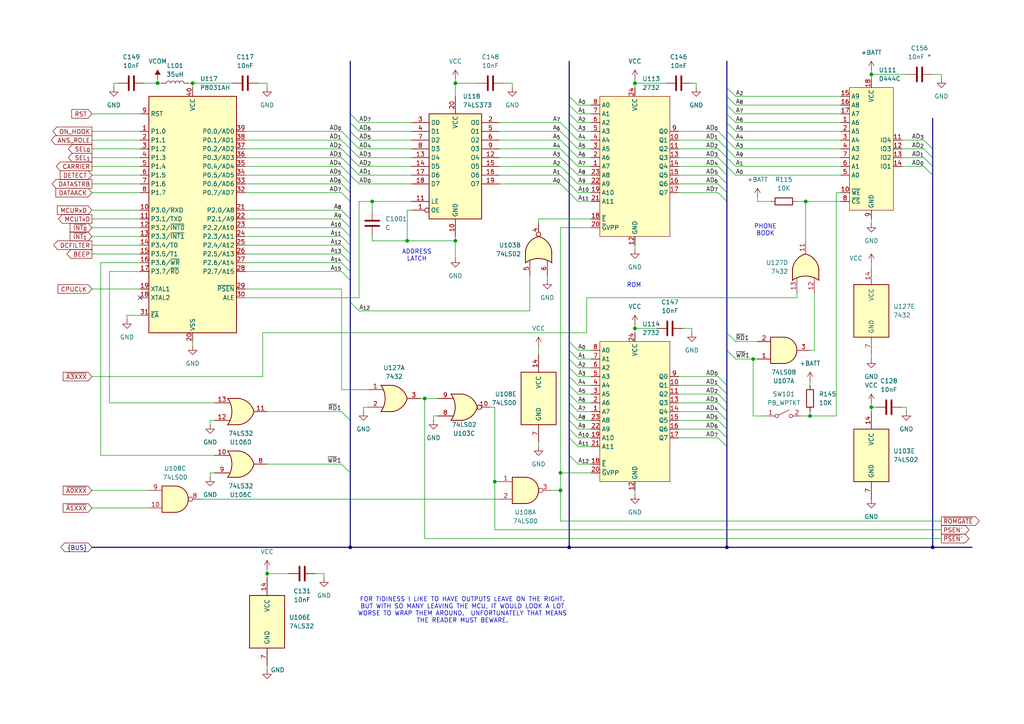
<source format=kicad_sch>
(kicad_sch (version 20250114) (generator "eeschema") (generator_version "9.0")
  (paper "A4")
  (lib_symbols
    (symbol "74xx:74LS00" (pin_names (offset 1.016))
      (property "Reference" "U" (at 0 1.27 0))
      (property "Value" "74LS00" (at 0 -1.27 0))
      (symbol "74LS00_1_1"
        (pin input line (at -7.62 2.54 0) (length 3.81) (name "~") (number "1"))
        (pin input line (at -7.62 -2.54 0) (length 3.81) (name "~") (number "2"))
        (pin output inverted (at 7.62 0 180) (length 3.81) (name "~") (number "3"))
      )
      (symbol "74LS00_1_2"
        (pin input inverted (at -7.62 2.54 0) (length 4.318) (name "~") (number "1"))
        (pin input inverted (at -7.62 -2.54 0) (length 4.318) (name "~") (number "2"))
        (pin output line (at 7.62 0 180) (length 3.81) (name "~") (number "3"))
      )
      (symbol "74LS00_2_1"
        (pin input line (at -7.62 2.54 0) (length 3.81) (name "~") (number "4"))
        (pin input line (at -7.62 -2.54 0) (length 3.81) (name "~") (number "5"))
        (pin output inverted (at 7.62 0 180) (length 3.81) (name "~") (number "6"))
      )
      (symbol "74LS00_2_2"
        (pin input inverted (at -7.62 2.54 0) (length 4.318) (name "~") (number "4"))
        (pin input inverted (at -7.62 -2.54 0) (length 4.318) (name "~") (number "5"))
        (pin output line (at 7.62 0 180) (length 3.81) (name "~") (number "6"))
      )
      (symbol "74LS00_3_1"
        (pin input line (at -7.62 2.54 0) (length 3.81) (name "~") (number "9"))
        (pin input line (at -7.62 -2.54 0) (length 3.81) (name "~") (number "10"))
        (pin output inverted (at 7.62 0 180) (length 3.81) (name "~") (number "8"))
      )
      (symbol "74LS00_3_2"
        (pin input inverted (at -7.62 2.54 0) (length 4.318) (name "~") (number "9"))
        (pin input inverted (at -7.62 -2.54 0) (length 4.318) (name "~") (number "10"))
        (pin output line (at 7.62 0 180) (length 3.81) (name "~") (number "8"))
      )
      (symbol "74LS00_4_1"
        (pin input line (at -7.62 2.54 0) (length 3.81) (name "~") (number "12"))
        (pin input line (at -7.62 -2.54 0) (length 3.81) (name "~") (number "13"))
        (pin output inverted (at 7.62 0 180) (length 3.81) (name "~") (number "11"))
      )
      (symbol "74LS00_4_2"
        (pin input inverted (at -7.62 2.54 0) (length 4.318) (name "~") (number "12"))
        (pin input inverted (at -7.62 -2.54 0) (length 4.318) (name "~") (number "13"))
        (pin output line (at 7.62 0 180) (length 3.81) (name "~") (number "11"))
      )
      (symbol "74LS00_5_0"
        (pin power_in line (at 0 12.7 270) (length 5.08) (name "VCC") (number "14"))
        (pin power_in line (at 0 -12.7 90) (length 5.08) (name "GND") (number "7"))
      )
    )
    (symbol "74xx:74LS02" (pin_names (offset 1.016))
      (property "Reference" "U" (at 0 1.27 0))
      (property "Value" "74LS02" (at 0 -1.27 0))
      (symbol "74LS02_1_1"
        (pin input line (at -7.62 2.54 0) (length 4.318) (name "~") (number "2"))
        (pin input line (at -7.62 -2.54 0) (length 4.318) (name "~") (number "3"))
        (pin output inverted (at 7.62 0 180) (length 3.81) (name "~") (number "1"))
      )
      (symbol "74LS02_1_2"
        (pin input inverted (at -7.62 2.54 0) (length 3.81) (name "~") (number "2"))
        (pin input inverted (at -7.62 -2.54 0) (length 3.81) (name "~") (number "3"))
        (pin output line (at 7.62 0 180) (length 3.81) (name "~") (number "1"))
      )
      (symbol "74LS02_2_1"
        (pin input line (at -7.62 2.54 0) (length 4.318) (name "~") (number "5"))
        (pin input line (at -7.62 -2.54 0) (length 4.318) (name "~") (number "6"))
        (pin output inverted (at 7.62 0 180) (length 3.81) (name "~") (number "4"))
      )
      (symbol "74LS02_2_2"
        (pin input inverted (at -7.62 2.54 0) (length 3.81) (name "~") (number "5"))
        (pin input inverted (at -7.62 -2.54 0) (length 3.81) (name "~") (number "6"))
        (pin output line (at 7.62 0 180) (length 3.81) (name "~") (number "4"))
      )
      (symbol "74LS02_3_1"
        (pin input line (at -7.62 2.54 0) (length 4.318) (name "~") (number "8"))
        (pin input line (at -7.62 -2.54 0) (length 4.318) (name "~") (number "9"))
        (pin output inverted (at 7.62 0 180) (length 3.81) (name "~") (number "10"))
      )
      (symbol "74LS02_3_2"
        (pin input inverted (at -7.62 2.54 0) (length 3.81) (name "~") (number "8"))
        (pin input inverted (at -7.62 -2.54 0) (length 3.81) (name "~") (number "9"))
        (pin output line (at 7.62 0 180) (length 3.81) (name "~") (number "10"))
      )
      (symbol "74LS02_4_1"
        (pin input line (at -7.62 2.54 0) (length 4.318) (name "~") (number "11"))
        (pin input line (at -7.62 -2.54 0) (length 4.318) (name "~") (number "12"))
        (pin output inverted (at 7.62 0 180) (length 3.81) (name "~") (number "13"))
      )
      (symbol "74LS02_4_2"
        (pin input inverted (at -7.62 2.54 0) (length 3.81) (name "~") (number "11"))
        (pin input inverted (at -7.62 -2.54 0) (length 3.81) (name "~") (number "12"))
        (pin output line (at 7.62 0 180) (length 3.81) (name "~") (number "13"))
      )
      (symbol "74LS02_5_0"
        (pin power_in line (at 0 12.7 270) (length 5.08) (name "VCC") (number "14"))
        (pin power_in line (at 0 -12.7 90) (length 5.08) (name "GND") (number "7"))
      )
    )
    (symbol "74xx:74LS08" (pin_names (offset 1.016))
      (property "Reference" "U" (at 0 1.27 0))
      (property "Value" "74LS08" (at 0 -1.27 0))
      (symbol "74LS08_1_1"
        (pin input line (at -7.62 2.54 0) (length 3.81) (name "~") (number "1"))
        (pin input line (at -7.62 -2.54 0) (length 3.81) (name "~") (number "2"))
        (pin output line (at 7.62 0 180) (length 3.81) (name "~") (number "3"))
      )
      (symbol "74LS08_1_2"
        (pin input inverted (at -7.62 2.54 0) (length 4.318) (name "~") (number "1"))
        (pin input inverted (at -7.62 -2.54 0) (length 4.318) (name "~") (number "2"))
        (pin output inverted (at 7.62 0 180) (length 3.81) (name "~") (number "3"))
      )
      (symbol "74LS08_2_1"
        (pin input line (at -7.62 2.54 0) (length 3.81) (name "~") (number "4"))
        (pin input line (at -7.62 -2.54 0) (length 3.81) (name "~") (number "5"))
        (pin output line (at 7.62 0 180) (length 3.81) (name "~") (number "6"))
      )
      (symbol "74LS08_2_2"
        (pin input inverted (at -7.62 2.54 0) (length 4.318) (name "~") (number "4"))
        (pin input inverted (at -7.62 -2.54 0) (length 4.318) (name "~") (number "5"))
        (pin output inverted (at 7.62 0 180) (length 3.81) (name "~") (number "6"))
      )
      (symbol "74LS08_3_1"
        (pin input line (at -7.62 2.54 0) (length 3.81) (name "~") (number "9"))
        (pin input line (at -7.62 -2.54 0) (length 3.81) (name "~") (number "10"))
        (pin output line (at 7.62 0 180) (length 3.81) (name "~") (number "8"))
      )
      (symbol "74LS08_3_2"
        (pin input inverted (at -7.62 2.54 0) (length 4.318) (name "~") (number "9"))
        (pin input inverted (at -7.62 -2.54 0) (length 4.318) (name "~") (number "10"))
        (pin output inverted (at 7.62 0 180) (length 3.81) (name "~") (number "8"))
      )
      (symbol "74LS08_4_1"
        (pin input line (at -7.62 2.54 0) (length 3.81) (name "~") (number "12"))
        (pin input line (at -7.62 -2.54 0) (length 3.81) (name "~") (number "13"))
        (pin output line (at 7.62 0 180) (length 3.81) (name "~") (number "11"))
      )
      (symbol "74LS08_4_2"
        (pin input inverted (at -7.62 2.54 0) (length 4.318) (name "~") (number "12"))
        (pin input inverted (at -7.62 -2.54 0) (length 4.318) (name "~") (number "13"))
        (pin output inverted (at 7.62 0 180) (length 3.81) (name "~") (number "11"))
      )
      (symbol "74LS08_5_0"
        (pin power_in line (at 0 12.7 270) (length 5.08) (name "VCC") (number "14"))
        (pin power_in line (at 0 -12.7 90) (length 5.08) (name "GND") (number "7"))
      )
    )
    (symbol "74xx:74LS32" (pin_names (offset 1.016))
      (property "Reference" "U" (at 0 1.27 0))
      (property "Value" "74LS32" (at 0 -1.27 0))
      (symbol "74LS32_1_1"
        (pin input line (at -7.62 2.54 0) (length 4.318) (name "~") (number "1"))
        (pin input line (at -7.62 -2.54 0) (length 4.318) (name "~") (number "2"))
        (pin output line (at 7.62 0 180) (length 3.81) (name "~") (number "3"))
      )
      (symbol "74LS32_1_2"
        (pin input inverted (at -7.62 2.54 0) (length 3.81) (name "~") (number "1"))
        (pin input inverted (at -7.62 -2.54 0) (length 3.81) (name "~") (number "2"))
        (pin output inverted (at 7.62 0 180) (length 3.81) (name "~") (number "3"))
      )
      (symbol "74LS32_2_1"
        (pin input line (at -7.62 2.54 0) (length 4.318) (name "~") (number "4"))
        (pin input line (at -7.62 -2.54 0) (length 4.318) (name "~") (number "5"))
        (pin output line (at 7.62 0 180) (length 3.81) (name "~") (number "6"))
      )
      (symbol "74LS32_2_2"
        (pin input inverted (at -7.62 2.54 0) (length 3.81) (name "~") (number "4"))
        (pin input inverted (at -7.62 -2.54 0) (length 3.81) (name "~") (number "5"))
        (pin output inverted (at 7.62 0 180) (length 3.81) (name "~") (number "6"))
      )
      (symbol "74LS32_3_1"
        (pin input line (at -7.62 2.54 0) (length 4.318) (name "~") (number "9"))
        (pin input line (at -7.62 -2.54 0) (length 4.318) (name "~") (number "10"))
        (pin output line (at 7.62 0 180) (length 3.81) (name "~") (number "8"))
      )
      (symbol "74LS32_3_2"
        (pin input inverted (at -7.62 2.54 0) (length 3.81) (name "~") (number "9"))
        (pin input inverted (at -7.62 -2.54 0) (length 3.81) (name "~") (number "10"))
        (pin output inverted (at 7.62 0 180) (length 3.81) (name "~") (number "8"))
      )
      (symbol "74LS32_4_1"
        (pin input line (at -7.62 2.54 0) (length 4.318) (name "~") (number "12"))
        (pin input line (at -7.62 -2.54 0) (length 4.318) (name "~") (number "13"))
        (pin output line (at 7.62 0 180) (length 3.81) (name "~") (number "11"))
      )
      (symbol "74LS32_4_2"
        (pin input inverted (at -7.62 2.54 0) (length 3.81) (name "~") (number "12"))
        (pin input inverted (at -7.62 -2.54 0) (length 3.81) (name "~") (number "13"))
        (pin output inverted (at 7.62 0 180) (length 3.81) (name "~") (number "11"))
      )
      (symbol "74LS32_5_0"
        (pin power_in line (at 0 12.7 270) (length 5.08) (name "VCC") (number "14"))
        (pin power_in line (at 0 -12.7 90) (length 5.08) (name "GND") (number "7"))
      )
    )
    (symbol "74xx:74LS373"
      (property "Reference" "U" (at -7.62 16.51 0))
      (property "Value" "74LS373" (at -7.62 -16.51 0))
      (symbol "74LS373_1_0"
        (pin input line (at -12.7 12.7 0) (length 5.08) (name "D0") (number "3"))
        (pin input line (at -12.7 10.16 0) (length 5.08) (name "D1") (number "4"))
        (pin input line (at -12.7 7.62 0) (length 5.08) (name "D2") (number "7"))
        (pin input line (at -12.7 5.08 0) (length 5.08) (name "D3") (number "8"))
        (pin input line (at -12.7 2.54 0) (length 5.08) (name "D4") (number "13"))
        (pin input line (at -12.7 0 0) (length 5.08) (name "D5") (number "14"))
        (pin input line (at -12.7 -2.54 0) (length 5.08) (name "D6") (number "17"))
        (pin input line (at -12.7 -5.08 0) (length 5.08) (name "D7") (number "18"))
        (pin input line (at -12.7 -10.16 0) (length 5.08) (name "LE") (number "11"))
        (pin input inverted (at -12.7 -12.7 0) (length 5.08) (name "OE") (number "1"))
        (pin power_in line (at 0 20.32 270) (length 5.08) (name "VCC") (number "20"))
        (pin power_in line (at 0 -20.32 90) (length 5.08) (name "GND") (number "10"))
        (pin tri_state line (at 12.7 12.7 180) (length 5.08) (name "O0") (number "2"))
        (pin tri_state line (at 12.7 10.16 180) (length 5.08) (name "O1") (number "5"))
        (pin tri_state line (at 12.7 7.62 180) (length 5.08) (name "O2") (number "6"))
        (pin tri_state line (at 12.7 5.08 180) (length 5.08) (name "O3") (number "9"))
        (pin tri_state line (at 12.7 2.54 180) (length 5.08) (name "O4") (number "12"))
        (pin tri_state line (at 12.7 0 180) (length 5.08) (name "O5") (number "15"))
        (pin tri_state line (at 12.7 -2.54 180) (length 5.08) (name "O6") (number "16"))
        (pin tri_state line (at 12.7 -5.08 180) (length 5.08) (name "O7") (number "19"))
      )
    )
    (symbol "Device:C" (pin_numbers (hide yes)) (pin_names (offset 0.254))
      (property "Reference" "C" (at 0.635 2.54 0))
      (property "Value" "C" (at 0.635 -2.54 0))
      (symbol "C_1_1"
        (pin passive line (at 0 3.81 270) (length 2.794) (name "~") (number "1"))
        (pin passive line (at 0 -3.81 90) (length 2.794) (name "~") (number "2"))
      )
    )
    (symbol "Device:L" (pin_numbers (hide yes)) (pin_names (offset 1.016) (hide yes))
      (property "Reference" "L" (at -1.27 0 90))
      (property "Value" "L" (at 1.905 0 90))
      (symbol "L_1_1"
        (pin passive line (at 0 3.81 270) (length 1.27) (name "1") (number "1"))
        (pin passive line (at 0 -3.81 90) (length 1.27) (name "2") (number "2"))
      )
    )
    (symbol "Device:R" (pin_numbers (hide yes)) (pin_names (offset 0))
      (property "Reference" "R" (at 2.032 0 90))
      (property "Value" "R" (at 0 0 90))
      (symbol "R_1_1"
        (pin passive line (at 0 3.81 270) (length 1.27) (name "~") (number "1"))
        (pin passive line (at 0 -3.81 90) (length 1.27) (name "~") (number "2"))
      )
    )
    (symbol "MCU_Intel:P8031AH"
      (property "Reference" "U" (at -11.684 35.052 0))
      (property "Value" "P8031AH" (at 8.128 35.052 0))
      (symbol "P8031AH_1_0"
        (pin bidirectional line (at -15.24 17.78 0) (length 2.54) (name "P1.2") (number "3"))
      )
      (symbol "P8031AH_1_1"
        (pin input line (at -15.24 27.94 0) (length 2.54) (name "RST") (number "9"))
        (pin bidirectional line (at -15.24 22.86 0) (length 2.54) (name "P1.0") (number "1"))
        (pin bidirectional line (at -15.24 20.32 0) (length 2.54) (name "P1.1") (number "2"))
        (pin bidirectional line (at -15.24 15.24 0) (length 2.54) (name "P1.3") (number "4"))
        (pin bidirectional line (at -15.24 12.7 0) (length 2.54) (name "P1.4") (number "5"))
        (pin bidirectional line (at -15.24 10.16 0) (length 2.54) (name "P1.5") (number "6"))
        (pin bidirectional line (at -15.24 7.62 0) (length 2.54) (name "P1.6") (number "7"))
        (pin bidirectional line (at -15.24 5.08 0) (length 2.54) (name "P1.7") (number "8"))
        (pin bidirectional line (at -15.24 0 0) (length 2.54) (name "P3.0/RXD") (number "10"))
        (pin bidirectional line (at -15.24 -2.54 0) (length 2.54) (name "P3.1/TXD") (number "11"))
        (pin bidirectional line (at -15.24 -5.08 0) (length 2.54) (name "P3.2/~{INT0}") (number "12"))
        (pin bidirectional line (at -15.24 -7.62 0) (length 2.54) (name "P3.3/~{INT1}") (number "13"))
        (pin bidirectional line (at -15.24 -10.16 0) (length 2.54) (name "P3.4/T0") (number "14"))
        (pin bidirectional line (at -15.24 -12.7 0) (length 2.54) (name "P3.5/T1") (number "15"))
        (pin bidirectional line (at -15.24 -15.24 0) (length 2.54) (name "P3.6/~{WR}") (number "16"))
        (pin bidirectional line (at -15.24 -17.78 0) (length 2.54) (name "P3.7/~{RD}") (number "17"))
        (pin input line (at -15.24 -22.86 0) (length 2.54) (name "XTAL1") (number "19"))
        (pin output line (at -15.24 -25.4 0) (length 2.54) (name "XTAL2") (number "18"))
        (pin input line (at -15.24 -30.48 0) (length 2.54) (name "~{EA}") (number "31"))
        (pin power_in line (at 0 35.56 270) (length 2.54) (name "VCC") (number "40"))
        (pin power_in line (at 0 -38.1 90) (length 2.54) (name "VSS") (number "20"))
        (pin bidirectional line (at 15.24 22.86 180) (length 2.54) (name "P0.0/AD0") (number "39"))
        (pin bidirectional line (at 15.24 20.32 180) (length 2.54) (name "P0.1/AD1") (number "38"))
        (pin bidirectional line (at 15.24 17.78 180) (length 2.54) (name "P0.2/AD2") (number "37"))
        (pin bidirectional line (at 15.24 15.24 180) (length 2.54) (name "P0.3/AD3") (number "36"))
        (pin bidirectional line (at 15.24 12.7 180) (length 2.54) (name "P0.4/AD4") (number "35"))
        (pin bidirectional line (at 15.24 10.16 180) (length 2.54) (name "P0.5/AD5") (number "34"))
        (pin bidirectional line (at 15.24 7.62 180) (length 2.54) (name "P0.6/AD6") (number "33"))
        (pin bidirectional line (at 15.24 5.08 180) (length 2.54) (name "P0.7/AD7") (number "32"))
        (pin bidirectional line (at 15.24 0 180) (length 2.54) (name "P2.0/A8") (number "21"))
        (pin bidirectional line (at 15.24 -2.54 180) (length 2.54) (name "P2.1/A9") (number "22"))
        (pin bidirectional line (at 15.24 -5.08 180) (length 2.54) (name "P2.2/A10") (number "23"))
        (pin bidirectional line (at 15.24 -7.62 180) (length 2.54) (name "P2.3/A11") (number "24"))
        (pin bidirectional line (at 15.24 -10.16 180) (length 2.54) (name "P2.4/A12") (number "25"))
        (pin bidirectional line (at 15.24 -12.7 180) (length 2.54) (name "P2.5/A13") (number "26"))
        (pin bidirectional line (at 15.24 -15.24 180) (length 2.54) (name "P2.6/A14") (number "27"))
        (pin bidirectional line (at 15.24 -17.78 180) (length 2.54) (name "P2.7/A15") (number "28"))
        (pin output line (at 15.24 -22.86 180) (length 2.54) (name "~{PSEN}") (number "29"))
        (pin output line (at 15.24 -25.4 180) (length 2.54) (name "ALE") (number "30"))
      )
    )
    (symbol "Switch:SW_SPST" (pin_names (offset 0) (hide yes))
      (property "Reference" "SW" (at 0 3.175 0))
      (property "Value" "SW_SPST" (at 0 -2.54 0))
      (symbol "SW_SPST_1_1"
        (pin passive line (at -5.08 0 0) (length 2.54) (name "A") (number "1"))
        (pin passive line (at 5.08 0 180) (length 2.54) (name "B") (number "2"))
      )
    )
    (symbol "ZT1:2732"
      (property "Reference" "U" (at 0 5.08 0))
      (property "Value" "2732" (at 0 5.08 0))
      (symbol "2732_1_1"
        (pin input line (at -12.7 16.51 0) (length 2.54) (name "A0") (number "8"))
        (pin input line (at -12.7 13.97 0) (length 2.54) (name "A1") (number "7"))
        (pin input line (at -12.7 11.43 0) (length 2.54) (name "A2") (number "6"))
        (pin input line (at -12.7 8.89 0) (length 2.54) (name "A3") (number "5"))
        (pin input line (at -12.7 6.35 0) (length 2.54) (name "A4") (number "4"))
        (pin input line (at -12.7 3.81 0) (length 2.54) (name "A5") (number "3"))
        (pin input line (at -12.7 1.27 0) (length 2.54) (name "A6") (number "2"))
        (pin input line (at -12.7 -1.27 0) (length 2.54) (name "A7") (number "1"))
        (pin input line (at -12.7 -3.81 0) (length 2.54) (name "A8") (number "23"))
        (pin input line (at -12.7 -6.35 0) (length 2.54) (name "A9") (number "22"))
        (pin input line (at -12.7 -8.89 0) (length 2.54) (name "A10") (number "19"))
        (pin input line (at -12.7 -11.43 0) (length 2.54) (name "A11") (number "21"))
        (pin input line (at -12.7 -16.51 0) (length 2.54) (name "~{E}") (number "18"))
        (pin input line (at -12.7 -19.05 0) (length 2.54) (name "~{G}VPP") (number "20"))
        (pin power_in line (at 0 21.59 270) (length 2.54) (name "VCC") (number "24"))
        (pin power_in line (at 0 -24.13 90) (length 2.54) (name "GND") (number "12"))
        (pin output line (at 12.7 8.89 180) (length 2.54) (name "Q0") (number "9"))
        (pin output line (at 12.7 6.35 180) (length 2.54) (name "Q1") (number "10"))
        (pin output line (at 12.7 3.81 180) (length 2.54) (name "Q2") (number "11"))
        (pin output line (at 12.7 1.27 180) (length 2.54) (name "Q3") (number "13"))
        (pin output line (at 12.7 -1.27 180) (length 2.54) (name "Q4") (number "14"))
        (pin output line (at 12.7 -3.81 180) (length 2.54) (name "Q5") (number "15"))
        (pin output line (at 12.7 -6.35 180) (length 2.54) (name "Q6") (number "16"))
        (pin output line (at 12.7 -8.89 180) (length 2.54) (name "Q7") (number "17"))
      )
    )
    (symbol "ZT1:D444C"
      (property "Reference" "U" (at 0 0 0))
      (property "Value" "D444C" (at 0 0 0))
      (symbol "D444C_1_1"
        (pin input line (at -8.89 15.24 0) (length 2.54) (name "A9") (number "15"))
        (pin input line (at -8.89 12.7 0) (length 2.54) (name "A8") (number "16"))
        (pin input line (at -8.89 10.16 0) (length 2.54) (name "A7") (number "17"))
        (pin input line (at -8.89 7.62 0) (length 2.54) (name "A6") (number "1"))
        (pin input line (at -8.89 5.08 0) (length 2.54) (name "A5") (number "2"))
        (pin input line (at -8.89 2.54 0) (length 2.54) (name "A4") (number "3"))
        (pin input line (at -8.89 0 0) (length 2.54) (name "A3") (number "4"))
        (pin input line (at -8.89 -2.54 0) (length 2.54) (name "A2") (number "7"))
        (pin input line (at -8.89 -5.08 0) (length 2.54) (name "A1") (number "6"))
        (pin input line (at -8.89 -7.62 0) (length 2.54) (name "A0") (number "5"))
        (pin input line (at -8.89 -12.7 0) (length 2.54) (name "~{WE}") (number "10"))
        (pin input line (at -8.89 -15.24 0) (length 2.54) (name "~{CS}") (number "8"))
        (pin power_in line (at 0 20.32 270) (length 2.54) (name "VCC") (number "18"))
        (pin power_in line (at 0 -20.32 90) (length 2.54) (name "GND") (number "9"))
        (pin bidirectional line (at 8.89 2.54 180) (length 2.54) (name "IO4") (number "11"))
        (pin bidirectional line (at 8.89 0 180) (length 2.54) (name "IO3") (number "12"))
        (pin bidirectional line (at 8.89 -2.54 180) (length 2.54) (name "IO2") (number "13"))
        (pin bidirectional line (at 8.89 -5.08 180) (length 2.54) (name "IO1") (number "14"))
      )
    )
    (symbol "power:+BATT" (power) (pin_numbers (hide yes)) (pin_names (offset 0) (hide yes))
      (property "Value" "+BATT" (at 0 3.556 0))
      (symbol "+BATT_1_1"
        (pin power_in line (at 0 0 90) (length 0) (name "~") (number "1"))
      )
    )
    (symbol "power:GND" (power) (pin_numbers (hide yes)) (pin_names (offset 0) (hide yes))
      (property "Value" "GND" (at 0 -3.81 0))
      (symbol "GND_1_1"
        (pin power_in line (at 0 0 270) (length 0) (name "~") (number "1"))
      )
    )
    (symbol "power:VCC" (power) (pin_numbers (hide yes)) (pin_names (offset 0) (hide yes))
      (property "Value" "VCC" (at 0 3.556 0))
      (symbol "VCC_1_1"
        (pin power_in line (at 0 0 90) (length 0) (name "~") (number "1"))
      )
    )
    (symbol "power:VCOM" (power) (pin_numbers (hide yes)) (pin_names (offset 0) (hide yes))
      (property "Value" "VCOM" (at 0 3.556 0))
      (symbol "VCOM_1_1"
        (pin power_in line (at 0 0 90) (length 0) (name "~") (number "1"))
      )
    )
  )
  (text "PHONE\nBOOK" (at 221.996 66.802 0) (effects (font (size 1.27 1.27))))
  (text "FOR TIDINESS I LIKE TO HAVE OUTPUTS LEAVE ON THE RIGHT.\nBUT WITH SO MANY LEAVING THE MCU, IT WOULD LOOK A LOT\nWORSE TO WRAP THEM AROUND.  UNFORTUNATELY THAT MEANS\nTHE READER MUST BEWARE." (at 134.112 177.038 0) (effects (font (size 1.27 1.27))))
  (text "ROM" (at 183.896 82.804 0) (effects (font (size 1.27 1.27))))
  (text "ADDRESS\nLATCH" (at 120.904 74.168 0) (effects (font (size 1.27 1.27))))
  (junction (at 233.68 58.42))
  (junction (at 143.51 139.7))
  (junction (at 132.08 24.13))
  (junction (at 118.11 69.85))
  (junction (at 132.08 69.85))
  (junction (at 45.72 24.13))
  (junction (at 218.44 104.14))
  (junction (at 77.47 166.37))
  (junction (at 270.51 158.75))
  (junction (at 162.56 137.16))
  (junction (at 107.95 58.42))
  (junction (at 210.82 158.75))
  (junction (at 252.73 118.11))
  (junction (at 234.95 120.65))
  (junction (at 55.88 24.13))
  (junction (at 184.15 24.13))
  (junction (at 165.1 158.75))
  (junction (at 162.56 142.24))
  (junction (at 101.6 158.75))
  (junction (at 123.19 115.57))
  (junction (at 252.73 21.59))
  (junction (at 184.15 95.25))
  (no_connect (at 40.64 86.36))
  (bus_entry (at 208.28 111.76) (size 2.54 2.54))
  (bus_entry (at 267.97 43.18) (size 2.54 2.54))
  (bus_entry (at 165.1 104.14) (size 2.54 2.54))
  (bus_entry (at 101.6 68.58) (size -2.54 -2.54))
  (bus_entry (at 101.6 38.1) (size 2.54 2.54))
  (bus_entry (at 165.1 27.94) (size 2.54 2.54))
  (bus_entry (at 101.6 48.26) (size 2.54 2.54))
  (bus_entry (at 99.06 53.34) (size 2.54 2.54))
  (bus_entry (at 167.64 50.8) (size -2.54 -2.54))
  (bus_entry (at 162.56 48.26) (size 2.54 2.54))
  (bus_entry (at 165.1 106.68) (size 2.54 2.54))
  (bus_entry (at 104.14 90.17) (size -2.54 -2.54))
  (bus_entry (at 167.64 45.72) (size -2.54 -2.54))
  (bus_entry (at 213.36 27.94) (size -2.54 -2.54))
  (bus_entry (at 165.1 132.08) (size 2.54 2.54))
  (bus_entry (at 167.64 55.88) (size -2.54 -2.54))
  (bus_entry (at 167.64 114.3) (size -2.54 -2.54))
  (bus_entry (at 210.82 96.52) (size 2.54 2.54))
  (bus_entry (at 101.6 71.12) (size -2.54 -2.54))
  (bus_entry (at 208.28 127) (size 2.54 2.54))
  (bus_entry (at 210.82 27.94) (size 2.54 2.54))
  (bus_entry (at 101.6 81.28) (size -2.54 -2.54))
  (bus_entry (at 267.97 45.72) (size 2.54 2.54))
  (bus_entry (at 213.36 48.26) (size -2.54 -2.54))
  (bus_entry (at 162.56 53.34) (size 2.54 2.54))
  (bus_entry (at 162.56 38.1) (size 2.54 2.54))
  (bus_entry (at 167.64 116.84) (size -2.54 -2.54))
  (bus_entry (at 99.06 48.26) (size 2.54 2.54))
  (bus_entry (at 165.1 45.72) (size -2.54 -2.54))
  (bus_entry (at 208.28 43.18) (size 2.54 2.54))
  (bus_entry (at 208.28 48.26) (size 2.54 2.54))
  (bus_entry (at 167.64 121.92) (size -2.54 -2.54))
  (bus_entry (at 165.1 101.6) (size 2.54 2.54))
  (bus_entry (at 165.1 99.06) (size 2.54 2.54))
  (bus_entry (at 167.64 58.42) (size -2.54 -2.54))
  (bus_entry (at 208.28 109.22) (size 2.54 2.54))
  (bus_entry (at 213.36 33.02) (size -2.54 -2.54))
  (bus_entry (at 213.36 45.72) (size -2.54 -2.54))
  (bus_entry (at 208.28 53.34) (size 2.54 2.54))
  (bus_entry (at 167.64 127) (size -2.54 -2.54))
  (bus_entry (at 167.64 53.34) (size -2.54 -2.54))
  (bus_entry (at 165.1 33.02) (size 2.54 2.54))
  (bus_entry (at 210.82 33.02) (size 2.54 2.54))
  (bus_entry (at 167.64 124.46) (size -2.54 -2.54))
  (bus_entry (at 267.97 40.64) (size 2.54 2.54))
  (bus_entry (at 99.06 55.88) (size 2.54 2.54))
  (bus_entry (at 167.64 111.76) (size -2.54 -2.54))
  (bus_entry (at 101.6 63.5) (size -2.54 -2.54))
  (bus_entry (at 208.28 121.92) (size 2.54 2.54))
  (bus_entry (at 99.06 38.1) (size 2.54 2.54))
  (bus_entry (at 208.28 50.8) (size 2.54 2.54))
  (bus_entry (at 208.28 124.46) (size 2.54 2.54))
  (bus_entry (at 99.06 119.38) (size 2.54 2.54))
  (bus_entry (at 99.06 43.18) (size 2.54 2.54))
  (bus_entry (at 208.28 119.38) (size 2.54 2.54))
  (bus_entry (at 208.28 38.1) (size 2.54 2.54))
  (bus_entry (at 99.06 50.8) (size 2.54 2.54))
  (bus_entry (at 165.1 116.84) (size 2.54 2.54))
  (bus_entry (at 208.28 55.88) (size 2.54 2.54))
  (bus_entry (at 101.6 76.2) (size -2.54 -2.54))
  (bus_entry (at 162.56 50.8) (size 2.54 2.54))
  (bus_entry (at 267.97 48.26) (size 2.54 2.54))
  (bus_entry (at 165.1 45.72) (size 2.54 2.54))
  (bus_entry (at 213.36 43.18) (size -2.54 -2.54))
  (bus_entry (at 101.6 45.72) (size 2.54 2.54))
  (bus_entry (at 101.6 78.74) (size -2.54 -2.54))
  (bus_entry (at 210.82 38.1) (size 2.54 2.54))
  (bus_entry (at 101.6 43.18) (size 2.54 2.54))
  (bus_entry (at 101.6 66.04) (size -2.54 -2.54))
  (bus_entry (at 99.06 40.64) (size 2.54 2.54))
  (bus_entry (at 101.6 50.8) (size 2.54 2.54))
  (bus_entry (at 162.56 45.72) (size 2.54 2.54))
  (bus_entry (at 167.64 129.54) (size -2.54 -2.54))
  (bus_entry (at 208.28 45.72) (size 2.54 2.54))
  (bus_entry (at 165.1 30.48) (size 2.54 2.54))
  (bus_entry (at 210.82 35.56) (size 2.54 2.54))
  (bus_entry (at 213.36 50.8) (size -2.54 -2.54))
  (bus_entry (at 99.06 45.72) (size 2.54 2.54))
  (bus_entry (at 101.6 33.02) (size 2.54 2.54))
  (bus_entry (at 208.28 114.3) (size 2.54 2.54))
  (bus_entry (at 162.56 40.64) (size 2.54 2.54))
  (bus_entry (at 101.6 35.56) (size 2.54 2.54))
  (bus_entry (at 101.6 73.66) (size -2.54 -2.54))
  (bus_entry (at 208.28 116.84) (size 2.54 2.54))
  (bus_entry (at 210.82 101.6) (size 2.54 2.54))
  (bus_entry (at 167.64 43.18) (size -2.54 -2.54))
  (bus_entry (at 167.64 40.64) (size -2.54 -2.54))
  (bus_entry (at 99.06 134.62) (size 2.54 2.54))
  (bus_entry (at 162.56 35.56) (size 2.54 2.54))
  (bus_entry (at 101.6 40.64) (size 2.54 2.54))
  (bus_entry (at 208.28 40.64) (size 2.54 2.54))
  (bus_entry (at 165.1 35.56) (size 2.54 2.54))
  (wire (pts (xy 144.78 48.26) (xy 162.56 48.26)))
  (bus (pts (xy 210.82 129.54) (xy 210.82 158.75)))
  (wire (pts (xy 254 118.11) (xy 252.73 118.11)))
  (wire (pts (xy 132.08 69.85) (xy 118.11 69.85)))
  (wire (pts (xy 184.15 142.24) (xy 184.15 143.51)))
  (wire (pts (xy 167.64 40.64) (xy 171.45 40.64)))
  (bus (pts (xy 210.82 27.94) (xy 210.82 30.48)))
  (bus (pts (xy 101.6 78.74) (xy 101.6 81.28)))
  (wire (pts (xy 104.14 53.34) (xy 119.38 53.34)))
  (wire (pts (xy 71.12 60.96) (xy 99.06 60.96)))
  (wire (pts (xy 153.67 80.01) (xy 153.67 90.17)))
  (wire (pts (xy 144.78 43.18) (xy 162.56 43.18)))
  (wire (pts (xy 252.73 118.11) (xy 252.73 119.38)))
  (wire (pts (xy 54.61 24.13) (xy 55.88 24.13)))
  (bus (pts (xy 210.82 48.26) (xy 210.82 50.8)))
  (wire (pts (xy 167.64 38.1) (xy 171.45 38.1)))
  (wire (pts (xy 196.85 127) (xy 208.28 127)))
  (wire (pts (xy 77.47 119.38) (xy 99.06 119.38)))
  (wire (pts (xy 167.64 119.38) (xy 171.45 119.38)))
  (wire (pts (xy 71.12 73.66) (xy 99.06 73.66)))
  (wire (pts (xy 26.67 45.72) (xy 40.64 45.72)))
  (wire (pts (xy 144.78 45.72) (xy 162.56 45.72)))
  (wire (pts (xy 167.64 58.42) (xy 171.45 58.42)))
  (wire (pts (xy 219.71 58.42) (xy 219.71 57.15)))
  (wire (pts (xy 26.67 142.24) (xy 43.18 142.24)))
  (bus (pts (xy 165.1 40.64) (xy 165.1 43.18)))
  (bus (pts (xy 210.82 58.42) (xy 210.82 96.52)))
  (wire (pts (xy 123.19 156.21) (xy 273.05 156.21)))
  (wire (pts (xy 184.15 24.13) (xy 184.15 25.4)))
  (bus (pts (xy 165.1 104.14) (xy 165.1 106.68)))
  (wire (pts (xy 167.64 30.48) (xy 171.45 30.48)))
  (wire (pts (xy 213.36 50.8) (xy 243.84 50.8)))
  (bus (pts (xy 165.1 119.38) (xy 165.1 121.92)))
  (bus (pts (xy 165.1 30.48) (xy 165.1 33.02)))
  (bus (pts (xy 270.51 45.72) (xy 270.51 48.26)))
  (wire (pts (xy 196.85 38.1) (xy 208.28 38.1)))
  (wire (pts (xy 107.95 58.42) (xy 104.14 58.42)))
  (bus (pts (xy 210.82 101.6) (xy 210.82 111.76)))
  (wire (pts (xy 162.56 137.16) (xy 171.45 137.16)))
  (wire (pts (xy 55.88 99.06) (xy 55.88 100.33)))
  (wire (pts (xy 156.21 100.33) (xy 156.21 102.87)))
  (wire (pts (xy 104.14 50.8) (xy 119.38 50.8)))
  (bus (pts (xy 165.1 99.06) (xy 165.1 101.6)))
  (wire (pts (xy 26.67 73.66) (xy 40.64 73.66)))
  (wire (pts (xy 71.12 76.2) (xy 99.06 76.2)))
  (bus (pts (xy 210.82 158.75) (xy 270.51 158.75)))
  (bus (pts (xy 165.1 48.26) (xy 165.1 50.8)))
  (wire (pts (xy 55.88 24.13) (xy 67.31 24.13)))
  (bus (pts (xy 210.82 17.78) (xy 210.82 25.4)))
  (wire (pts (xy 162.56 142.24) (xy 162.56 151.13)))
  (wire (pts (xy 26.67 53.34) (xy 40.64 53.34)))
  (wire (pts (xy 156.21 63.5) (xy 171.45 63.5)))
  (bus (pts (xy 165.1 124.46) (xy 165.1 127)))
  (bus (pts (xy 165.1 55.88) (xy 165.1 99.06)))
  (wire (pts (xy 170.18 86.36) (xy 170.18 96.52)))
  (wire (pts (xy 26.67 63.5) (xy 40.64 63.5)))
  (wire (pts (xy 148.59 24.13) (xy 146.05 24.13)))
  (bus (pts (xy 210.82 121.92) (xy 210.82 124.46)))
  (wire (pts (xy 40.64 78.74) (xy 31.75 78.74)))
  (bus (pts (xy 210.82 35.56) (xy 210.82 38.1)))
  (bus (pts (xy 101.6 53.34) (xy 101.6 55.88)))
  (bus (pts (xy 101.6 17.78) (xy 101.6 33.02)))
  (wire (pts (xy 144.78 38.1) (xy 162.56 38.1)))
  (wire (pts (xy 162.56 66.04) (xy 162.56 137.16)))
  (wire (pts (xy 261.62 40.64) (xy 267.97 40.64)))
  (wire (pts (xy 243.84 55.88) (xy 242.57 55.88)))
  (wire (pts (xy 26.67 109.22) (xy 76.2 109.22)))
  (wire (pts (xy 167.64 43.18) (xy 171.45 43.18)))
  (wire (pts (xy 123.19 115.57) (xy 127 115.57)))
  (bus (pts (xy 101.6 58.42) (xy 101.6 63.5)))
  (wire (pts (xy 196.85 40.64) (xy 208.28 40.64)))
  (wire (pts (xy 218.44 104.14) (xy 219.71 104.14)))
  (bus (pts (xy 165.1 53.34) (xy 165.1 55.88)))
  (wire (pts (xy 26.67 38.1) (xy 40.64 38.1)))
  (wire (pts (xy 167.64 53.34) (xy 171.45 53.34)))
  (wire (pts (xy 196.85 109.22) (xy 208.28 109.22)))
  (wire (pts (xy 104.14 43.18) (xy 119.38 43.18)))
  (bus (pts (xy 165.1 121.92) (xy 165.1 124.46)))
  (wire (pts (xy 31.75 78.74) (xy 31.75 116.84)))
  (bus (pts (xy 101.6 63.5) (xy 101.6 66.04)))
  (bus (pts (xy 101.6 68.58) (xy 101.6 71.12)))
  (bus (pts (xy 101.6 48.26) (xy 101.6 50.8)))
  (wire (pts (xy 213.36 30.48) (xy 243.84 30.48)))
  (wire (pts (xy 223.52 58.42) (xy 219.71 58.42)))
  (wire (pts (xy 153.67 90.17) (xy 104.14 90.17)))
  (wire (pts (xy 167.64 134.62) (xy 171.45 134.62)))
  (bus (pts (xy 101.6 38.1) (xy 101.6 40.64)))
  (wire (pts (xy 26.67 60.96) (xy 40.64 60.96)))
  (bus (pts (xy 210.82 116.84) (xy 210.82 119.38)))
  (wire (pts (xy 196.85 121.92) (xy 208.28 121.92)))
  (bus (pts (xy 165.1 43.18) (xy 165.1 45.72)))
  (wire (pts (xy 196.85 124.46) (xy 208.28 124.46)))
  (bus (pts (xy 210.82 55.88) (xy 210.82 58.42)))
  (wire (pts (xy 167.64 55.88) (xy 171.45 55.88)))
  (wire (pts (xy 162.56 66.04) (xy 171.45 66.04)))
  (wire (pts (xy 160.02 142.24) (xy 162.56 142.24)))
  (bus (pts (xy 210.82 40.64) (xy 210.82 43.18)))
  (wire (pts (xy 40.64 91.44) (xy 36.83 91.44)))
  (wire (pts (xy 29.21 132.08) (xy 62.23 132.08)))
  (bus (pts (xy 210.82 25.4) (xy 210.82 27.94)))
  (bus (pts (xy 101.6 158.75) (xy 165.1 158.75)))
  (wire (pts (xy 71.12 45.72) (xy 99.06 45.72)))
  (wire (pts (xy 26.67 147.32) (xy 43.18 147.32)))
  (wire (pts (xy 29.21 76.2) (xy 29.21 132.08)))
  (wire (pts (xy 196.85 116.84) (xy 208.28 116.84)))
  (wire (pts (xy 26.67 48.26) (xy 40.64 48.26)))
  (wire (pts (xy 125.73 121.92) (xy 125.73 120.65)))
  (wire (pts (xy 213.36 99.06) (xy 219.71 99.06)))
  (bus (pts (xy 101.6 55.88) (xy 101.6 58.42)))
  (wire (pts (xy 74.93 24.13) (xy 77.47 24.13)))
  (bus (pts (xy 101.6 50.8) (xy 101.6 53.34)))
  (wire (pts (xy 105.41 118.11) (xy 105.41 119.38)))
  (wire (pts (xy 99.06 83.82) (xy 99.06 113.03)))
  (bus (pts (xy 210.82 30.48) (xy 210.82 33.02)))
  (wire (pts (xy 132.08 69.85) (xy 132.08 74.93)))
  (wire (pts (xy 231.14 58.42) (xy 233.68 58.42)))
  (wire (pts (xy 138.43 24.13) (xy 132.08 24.13)))
  (wire (pts (xy 213.36 33.02) (xy 243.84 33.02)))
  (wire (pts (xy 218.44 120.65) (xy 222.25 120.65)))
  (bus (pts (xy 165.1 50.8) (xy 165.1 53.34)))
  (bus (pts (xy 165.1 27.94) (xy 165.1 30.48)))
  (wire (pts (xy 26.67 55.88) (xy 40.64 55.88)))
  (wire (pts (xy 190.5 95.25) (xy 184.15 95.25)))
  (wire (pts (xy 170.18 96.52) (xy 76.2 96.52)))
  (wire (pts (xy 252.73 20.32) (xy 252.73 21.59)))
  (wire (pts (xy 167.64 121.92) (xy 171.45 121.92)))
  (wire (pts (xy 45.72 24.13) (xy 46.99 24.13)))
  (wire (pts (xy 213.36 27.94) (xy 243.84 27.94)))
  (wire (pts (xy 234.95 119.38) (xy 234.95 120.65)))
  (wire (pts (xy 107.95 58.42) (xy 107.95 60.96)))
  (wire (pts (xy 156.21 128.27) (xy 156.21 129.54)))
  (bus (pts (xy 270.51 158.75) (xy 281.94 158.75)))
  (wire (pts (xy 40.64 83.82) (xy 26.67 83.82)))
  (wire (pts (xy 213.36 40.64) (xy 243.84 40.64)))
  (wire (pts (xy 132.08 68.58) (xy 132.08 69.85)))
  (wire (pts (xy 158.75 80.01) (xy 158.75 81.28)))
  (wire (pts (xy 252.73 76.2) (xy 252.73 77.47)))
  (wire (pts (xy 144.78 40.64) (xy 162.56 40.64)))
  (bus (pts (xy 210.82 33.02) (xy 210.82 35.56)))
  (wire (pts (xy 132.08 24.13) (xy 132.08 27.94)))
  (wire (pts (xy 93.98 166.37) (xy 93.98 167.64)))
  (wire (pts (xy 236.22 85.09) (xy 236.22 101.6)))
  (bus (pts (xy 26.67 158.75) (xy 101.6 158.75)))
  (bus (pts (xy 165.1 45.72) (xy 165.1 48.26)))
  (wire (pts (xy 261.62 43.18) (xy 267.97 43.18)))
  (wire (pts (xy 196.85 50.8) (xy 208.28 50.8)))
  (bus (pts (xy 210.82 114.3) (xy 210.82 116.84)))
  (wire (pts (xy 261.62 48.26) (xy 267.97 48.26)))
  (wire (pts (xy 71.12 48.26) (xy 99.06 48.26)))
  (wire (pts (xy 196.85 45.72) (xy 208.28 45.72)))
  (wire (pts (xy 167.64 111.76) (xy 171.45 111.76)))
  (wire (pts (xy 252.73 102.87) (xy 252.73 104.14)))
  (wire (pts (xy 71.12 55.88) (xy 99.06 55.88)))
  (wire (pts (xy 213.36 43.18) (xy 243.84 43.18)))
  (wire (pts (xy 33.02 24.13) (xy 33.02 25.4)))
  (wire (pts (xy 26.67 33.02) (xy 40.64 33.02)))
  (bus (pts (xy 165.1 116.84) (xy 165.1 119.38)))
  (wire (pts (xy 143.51 139.7) (xy 144.78 139.7)))
  (wire (pts (xy 200.66 95.25) (xy 200.66 96.52)))
  (wire (pts (xy 184.15 93.98) (xy 184.15 95.25)))
  (bus (pts (xy 101.6 40.64) (xy 101.6 43.18)))
  (wire (pts (xy 142.24 118.11) (xy 143.51 118.11)))
  (wire (pts (xy 167.64 104.14) (xy 171.45 104.14)))
  (wire (pts (xy 261.62 45.72) (xy 267.97 45.72)))
  (wire (pts (xy 144.78 50.8) (xy 162.56 50.8)))
  (wire (pts (xy 167.64 114.3) (xy 171.45 114.3)))
  (wire (pts (xy 104.14 48.26) (xy 119.38 48.26)))
  (wire (pts (xy 193.04 24.13) (xy 184.15 24.13)))
  (bus (pts (xy 101.6 71.12) (xy 101.6 73.66)))
  (bus (pts (xy 165.1 111.76) (xy 165.1 114.3)))
  (wire (pts (xy 104.14 45.72) (xy 119.38 45.72)))
  (wire (pts (xy 270.51 21.59) (xy 273.05 21.59)))
  (wire (pts (xy 121.92 115.57) (xy 123.19 115.57)))
  (bus (pts (xy 270.51 34.29) (xy 270.51 43.18)))
  (wire (pts (xy 196.85 43.18) (xy 208.28 43.18)))
  (bus (pts (xy 165.1 38.1) (xy 165.1 40.64)))
  (bus (pts (xy 210.82 124.46) (xy 210.82 127)))
  (wire (pts (xy 167.64 106.68) (xy 171.45 106.68)))
  (wire (pts (xy 162.56 151.13) (xy 273.05 151.13)))
  (wire (pts (xy 167.64 33.02) (xy 171.45 33.02)))
  (wire (pts (xy 62.23 137.16) (xy 60.96 137.16)))
  (bus (pts (xy 210.82 119.38) (xy 210.82 121.92)))
  (wire (pts (xy 234.95 110.49) (xy 234.95 111.76)))
  (wire (pts (xy 162.56 137.16) (xy 162.56 142.24)))
  (wire (pts (xy 144.78 35.56) (xy 162.56 35.56)))
  (bus (pts (xy 210.82 111.76) (xy 210.82 114.3)))
  (wire (pts (xy 104.14 35.56) (xy 119.38 35.56)))
  (bus (pts (xy 101.6 137.16) (xy 101.6 158.75)))
  (wire (pts (xy 213.36 104.14) (xy 218.44 104.14)))
  (wire (pts (xy 143.51 118.11) (xy 143.51 139.7)))
  (wire (pts (xy 242.57 55.88) (xy 242.57 120.65)))
  (wire (pts (xy 132.08 22.86) (xy 132.08 24.13)))
  (bus (pts (xy 101.6 33.02) (xy 101.6 35.56)))
  (bus (pts (xy 165.1 132.08) (xy 165.1 158.75)))
  (wire (pts (xy 167.64 50.8) (xy 171.45 50.8)))
  (wire (pts (xy 71.12 66.04) (xy 99.06 66.04)))
  (bus (pts (xy 101.6 73.66) (xy 101.6 76.2)))
  (wire (pts (xy 148.59 24.13) (xy 148.59 25.4)))
  (wire (pts (xy 104.14 58.42) (xy 104.14 86.36)))
  (wire (pts (xy 252.73 116.84) (xy 252.73 118.11)))
  (wire (pts (xy 234.95 120.65) (xy 242.57 120.65)))
  (wire (pts (xy 143.51 139.7) (xy 143.51 153.67)))
  (wire (pts (xy 29.21 76.2) (xy 40.64 76.2)))
  (wire (pts (xy 58.42 144.78) (xy 144.78 144.78)))
  (wire (pts (xy 125.73 120.65) (xy 127 120.65)))
  (wire (pts (xy 71.12 83.82) (xy 99.06 83.82)))
  (wire (pts (xy 107.95 68.58) (xy 107.95 69.85)))
  (wire (pts (xy 60.96 137.16) (xy 60.96 138.43)))
  (wire (pts (xy 77.47 193.04) (xy 77.47 194.31)))
  (wire (pts (xy 198.12 95.25) (xy 200.66 95.25)))
  (wire (pts (xy 104.14 86.36) (xy 71.12 86.36)))
  (wire (pts (xy 213.36 38.1) (xy 243.84 38.1)))
  (wire (pts (xy 234.95 120.65) (xy 232.41 120.65)))
  (wire (pts (xy 184.15 71.12) (xy 184.15 72.39)))
  (wire (pts (xy 273.05 21.59) (xy 273.05 22.86)))
  (wire (pts (xy 167.64 124.46) (xy 171.45 124.46)))
  (wire (pts (xy 118.11 60.96) (xy 119.38 60.96)))
  (wire (pts (xy 167.64 116.84) (xy 171.45 116.84)))
  (wire (pts (xy 71.12 40.64) (xy 99.06 40.64)))
  (bus (pts (xy 165.1 33.02) (xy 165.1 35.56)))
  (bus (pts (xy 210.82 53.34) (xy 210.82 55.88)))
  (bus (pts (xy 270.51 50.8) (xy 270.51 158.75)))
  (wire (pts (xy 71.12 50.8) (xy 99.06 50.8)))
  (bus (pts (xy 165.1 17.78) (xy 165.1 27.94)))
  (wire (pts (xy 196.85 114.3) (xy 208.28 114.3)))
  (wire (pts (xy 170.18 86.36) (xy 231.14 86.36)))
  (wire (pts (xy 184.15 95.25) (xy 184.15 96.52)))
  (bus (pts (xy 270.51 48.26) (xy 270.51 50.8)))
  (wire (pts (xy 71.12 38.1) (xy 99.06 38.1)))
  (bus (pts (xy 165.1 127) (xy 165.1 132.08)))
  (wire (pts (xy 104.14 38.1) (xy 119.38 38.1)))
  (wire (pts (xy 26.67 66.04) (xy 40.64 66.04)))
  (wire (pts (xy 184.15 22.86) (xy 184.15 24.13)))
  (bus (pts (xy 270.51 43.18) (xy 270.51 45.72)))
  (wire (pts (xy 144.78 53.34) (xy 162.56 53.34)))
  (wire (pts (xy 26.67 43.18) (xy 40.64 43.18)))
  (wire (pts (xy 118.11 69.85) (xy 118.11 60.96)))
  (wire (pts (xy 167.64 45.72) (xy 171.45 45.72)))
  (wire (pts (xy 83.82 166.37) (xy 77.47 166.37)))
  (wire (pts (xy 196.85 55.88) (xy 208.28 55.88)))
  (wire (pts (xy 123.19 115.57) (xy 123.19 156.21)))
  (wire (pts (xy 77.47 166.37) (xy 77.47 167.64)))
  (wire (pts (xy 107.95 69.85) (xy 118.11 69.85)))
  (wire (pts (xy 26.67 40.64) (xy 40.64 40.64)))
  (wire (pts (xy 262.89 21.59) (xy 252.73 21.59)))
  (wire (pts (xy 167.64 35.56) (xy 171.45 35.56)))
  (wire (pts (xy 71.12 68.58) (xy 99.06 68.58)))
  (wire (pts (xy 196.85 48.26) (xy 208.28 48.26)))
  (bus (pts (xy 210.82 45.72) (xy 210.82 48.26)))
  (wire (pts (xy 213.36 45.72) (xy 243.84 45.72)))
  (wire (pts (xy 71.12 63.5) (xy 99.06 63.5)))
  (wire (pts (xy 218.44 104.14) (xy 218.44 120.65)))
  (wire (pts (xy 167.64 101.6) (xy 171.45 101.6)))
  (wire (pts (xy 213.36 48.26) (xy 243.84 48.26)))
  (wire (pts (xy 41.91 24.13) (xy 45.72 24.13)))
  (wire (pts (xy 252.73 21.59) (xy 252.73 22.86)))
  (wire (pts (xy 91.44 166.37) (xy 93.98 166.37)))
  (wire (pts (xy 71.12 78.74) (xy 99.06 78.74)))
  (wire (pts (xy 99.06 113.03) (xy 106.68 113.03)))
  (wire (pts (xy 201.93 24.13) (xy 201.93 25.4)))
  (wire (pts (xy 196.85 53.34) (xy 208.28 53.34)))
  (wire (pts (xy 26.67 50.8) (xy 40.64 50.8)))
  (wire (pts (xy 231.14 86.36) (xy 231.14 85.09)))
  (bus (pts (xy 101.6 35.56) (xy 101.6 38.1)))
  (bus (pts (xy 165.1 158.75) (xy 210.82 158.75)))
  (wire (pts (xy 60.96 121.92) (xy 60.96 123.19)))
  (bus (pts (xy 165.1 106.68) (xy 165.1 109.22)))
  (wire (pts (xy 26.67 68.58) (xy 40.64 68.58)))
  (wire (pts (xy 55.88 24.13) (xy 55.88 25.4)))
  (wire (pts (xy 77.47 165.1) (xy 77.47 166.37)))
  (bus (pts (xy 165.1 38.1) (xy 165.1 35.56)))
  (bus (pts (xy 210.82 38.1) (xy 210.82 40.64)))
  (wire (pts (xy 252.73 63.5) (xy 252.73 64.77)))
  (wire (pts (xy 167.64 129.54) (xy 171.45 129.54)))
  (wire (pts (xy 26.67 71.12) (xy 40.64 71.12)))
  (bus (pts (xy 210.82 127) (xy 210.82 129.54)))
  (bus (pts (xy 101.6 81.28) (xy 101.6 87.63)))
  (wire (pts (xy 233.68 58.42) (xy 243.84 58.42)))
  (wire (pts (xy 76.2 96.52) (xy 76.2 109.22)))
  (bus (pts (xy 101.6 76.2) (xy 101.6 78.74)))
  (wire (pts (xy 167.64 127) (xy 171.45 127)))
  (bus (pts (xy 101.6 121.92) (xy 101.6 137.16)))
  (wire (pts (xy 71.12 43.18) (xy 99.06 43.18)))
  (bus (pts (xy 101.6 45.72) (xy 101.6 48.26)))
  (wire (pts (xy 213.36 35.56) (xy 243.84 35.56)))
  (wire (pts (xy 262.89 118.11) (xy 261.62 118.11)))
  (wire (pts (xy 62.23 121.92) (xy 60.96 121.92)))
  (wire (pts (xy 196.85 111.76) (xy 208.28 111.76)))
  (bus (pts (xy 165.1 109.22) (xy 165.1 111.76)))
  (wire (pts (xy 77.47 24.13) (xy 77.47 25.4)))
  (wire (pts (xy 262.89 119.38) (xy 262.89 118.11)))
  (wire (pts (xy 200.66 24.13) (xy 201.93 24.13)))
  (wire (pts (xy 71.12 71.12) (xy 99.06 71.12)))
  (bus (pts (xy 210.82 50.8) (xy 210.82 53.34)))
  (bus (pts (xy 165.1 101.6) (xy 165.1 104.14)))
  (wire (pts (xy 36.83 91.44) (xy 36.83 92.71)))
  (bus (pts (xy 165.1 114.3) (xy 165.1 116.84)))
  (wire (pts (xy 156.21 63.5) (xy 156.21 64.77)))
  (bus (pts (xy 101.6 43.18) (xy 101.6 45.72)))
  (wire (pts (xy 196.85 119.38) (xy 208.28 119.38)))
  (wire (pts (xy 167.64 48.26) (xy 171.45 48.26)))
  (wire (pts (xy 119.38 58.42) (xy 107.95 58.42)))
  (wire (pts (xy 77.47 134.62) (xy 99.06 134.62)))
  (wire (pts (xy 167.64 109.22) (xy 171.45 109.22)))
  (wire (pts (xy 236.22 101.6) (xy 234.95 101.6)))
  (wire (pts (xy 143.51 153.67) (xy 273.05 153.67)))
  (wire (pts (xy 233.68 58.42) (xy 233.68 69.85)))
  (bus (pts (xy 101.6 87.63) (xy 101.6 121.92)))
  (wire (pts (xy 34.29 24.13) (xy 33.02 24.13)))
  (wire (pts (xy 104.14 40.64) (xy 119.38 40.64)))
  (wire (pts (xy 31.75 116.84) (xy 62.23 116.84)))
  (wire (pts (xy 71.12 53.34) (xy 99.06 53.34)))
  (bus (pts (xy 210.82 96.52) (xy 210.82 101.6)))
  (bus (pts (xy 210.82 43.18) (xy 210.82 45.72)))
  (wire (pts (xy 106.68 118.11) (xy 105.41 118.11)))
  (bus (pts (xy 101.6 66.04) (xy 101.6 68.58)))
  (wire (pts (xy 45.72 24.13) (xy 45.72 22.86)))
  (label "~{RD}1" (at 99.06 119.38 180))
  (label "A_{12}" (at 99.06 71.12 180))
  (label "A_{8}" (at 167.64 121.92 0))
  (label "A_{7}" (at 162.56 35.56 180))
  (label "A_{4}" (at 213.36 40.64 0))
  (label "AD_{1}" (at 104.14 50.8 0))
  (label "A_{15}" (at 99.06 78.74 180))
  (label "A_{6}" (at 167.64 45.72 0))
  (label "AD_{5}" (at 104.14 40.64 0))
  (label "AD_{0}" (at 99.06 38.1 180))
  (label "AD_{5}" (at 208.28 121.92 180))
  (label "A_{7}" (at 167.64 119.38 0))
  (label "A_{3}" (at 162.56 45.72 180))
  (label "A_{3}" (at 167.64 38.1 0))
  (label "A_{12}" (at 104.14 90.17 0))
  (label "A_{2}" (at 167.64 35.56 0))
  (label "AD_{1}" (at 99.06 40.64 180))
  (label "AD_{4}" (at 99.06 48.26 180))
  (label "A_{0}" (at 213.36 50.8 0))
  (label "A_{1}" (at 162.56 50.8 180))
  (label "AD_{3}" (at 208.28 116.84 180))
  (label "A_{4}" (at 162.56 43.18 180))
  (label "A_{1}" (at 167.64 104.14 0))
  (label "A_{5}" (at 167.64 43.18 0))
  (label "A_{11}" (at 167.64 58.42 0))
  (label "AD_{1}" (at 267.97 45.72 180))
  (label "AD_{3}" (at 267.97 40.64 180))
  (label "A_{7}" (at 213.36 33.02 0))
  (label "A_{11}" (at 167.64 129.54 0))
  (label "A_{7}" (at 167.64 48.26 0))
  (label "A_{11}" (at 99.06 68.58 180))
  (label "A_{6}" (at 167.64 116.84 0))
  (label "A_{9}" (at 167.64 53.34 0))
  (label "AD_{3}" (at 99.06 45.72 180))
  (label "~{RD}1" (at 213.36 99.06 0))
  (label "A_{8}" (at 213.36 30.48 0))
  (label "A_{6}" (at 162.56 38.1 180))
  (label "AD_{6}" (at 208.28 124.46 180))
  (label "AD_{3}" (at 208.28 45.72 180))
  (label "A_{5}" (at 162.56 40.64 180))
  (label "A_{4}" (at 167.64 111.76 0))
  (label "A_{9}" (at 213.36 45.72 0))
  (label "~{WR}1" (at 213.36 104.14 0))
  (label "AD_{2}" (at 104.14 48.26 0))
  (label "AD_{7}" (at 208.28 127 180))
  (label "AD_{2}" (at 99.06 43.18 180))
  (label "A_{0}" (at 167.64 101.6 0))
  (label "A_{1}" (at 167.64 33.02 0))
  (label "AD_{3}" (at 104.14 45.72 0))
  (label "AD_{2}" (at 208.28 114.3 180))
  (label "A_{4}" (at 167.64 40.64 0))
  (label "AD_{4}" (at 208.28 48.26 180))
  (label "AD_{6}" (at 208.28 53.34 180))
  (label "A_{0}" (at 167.64 30.48 0))
  (label "AD_{0}" (at 208.28 109.22 180))
  (label "A_{6}" (at 213.36 35.56 0))
  (label "A_{8}" (at 99.06 60.96 180))
  (label "AD_{5}" (at 99.06 50.8 180))
  (label "AD_{1}" (at 208.28 40.64 180))
  (label "A_{10}" (at 167.64 127 0))
  (label "A_{0}" (at 162.56 53.34 180))
  (label "AD_{7}" (at 99.06 55.88 180))
  (label "A_{5}" (at 167.64 114.3 0))
  (label "A_{14}" (at 99.06 76.2 180))
  (label "AD_{6}" (at 104.14 38.1 0))
  (label "AD_{4}" (at 104.14 43.18 0))
  (label "A_{2}" (at 213.36 27.94 0))
  (label "A_{2}" (at 167.64 106.68 0))
  (label "A_{9}" (at 167.64 124.46 0))
  (label "A_{10}" (at 99.06 66.04 180))
  (label "AD_{0}" (at 104.14 53.34 0))
  (label "~{WR}1" (at 99.06 134.62 180))
  (label "A_{3}" (at 167.64 109.22 0))
  (label "AD_{2}" (at 208.28 43.18 180))
  (label "A_{9}" (at 99.06 63.5 180))
  (label "A_{3}" (at 213.36 43.18 0))
  (label "AD_{1}" (at 208.28 111.76 180))
  (label "AD_{2}" (at 267.97 43.18 180))
  (label "AD_{4}" (at 208.28 119.38 180))
  (label "A_{1}" (at 213.36 48.26 0))
  (label "AD_{0}" (at 267.97 48.26 180))
  (label "AD_{7}" (at 208.28 55.88 180))
  (label "A_{12}" (at 167.64 134.62 0))
  (label "A_{8}" (at 167.64 50.8 0))
  (label "A_{5}" (at 213.36 38.1 0))
  (label "A_{13}" (at 99.06 73.66 180))
  (label "AD_{5}" (at 208.28 50.8 180))
  (label "AD_{0}" (at 208.28 38.1 180))
  (label "AD_{6}" (at 99.06 53.34 180))
  (label "A_{10}" (at 167.64 55.88 0))
  (label "A_{2}" (at 162.56 48.26 180))
  (label "AD_{7}" (at 104.14 35.56 0))
  (global_label "{BUS}" (shape bidirectional) (at 26.67 158.75 180) (property "Intersheetrefs" "${INTERSHEET_REFS}" (effects (hide yes))))
  (global_label "~{A0XXX}" (shape input) (at 26.67 142.24 180) (property "Intersheetrefs" "${INTERSHEET_REFS}" (effects (hide yes))))
  (global_label "CPUCLK" (shape input) (at 26.67 83.82 180) (property "Intersheetrefs" "${INTERSHEET_REFS}" (effects (hide yes))))
  (global_label "DETECT" (shape input) (at 26.67 50.8 180) (property "Intersheetrefs" "${INTERSHEET_REFS}" (effects (hide yes))))
  (global_label "~{PSEN}'" (shape output) (at 273.05 156.21 0) (property "Intersheetrefs" "${INTERSHEET_REFS}" (effects (hide yes))))
  (global_label "DATAACK" (shape input) (at 26.67 55.88 180) (property "Intersheetrefs" "${INTERSHEET_REFS}" (effects (hide yes))))
  (global_label "MCURxD" (shape input) (at 26.67 60.96 180) (property "Intersheetrefs" "${INTERSHEET_REFS}" (effects (hide yes))))
  (global_label "BEEP" (shape output) (at 26.67 73.66 180) (property "Intersheetrefs" "${INTERSHEET_REFS}" (effects (hide yes))))
  (global_label "PSEN'" (shape output) (at 273.05 153.67 0) (property "Intersheetrefs" "${INTERSHEET_REFS}" (effects (hide yes))))
  (global_label "RST" (shape input) (at 26.67 33.02 180) (property "Intersheetrefs" "${INTERSHEET_REFS}" (effects (hide yes))))
  (global_label "~{A3XXX}" (shape input) (at 26.67 109.22 180) (property "Intersheetrefs" "${INTERSHEET_REFS}" (effects (hide yes))))
  (global_label "~{INT_{1}}" (shape input) (at 26.67 68.58 180) (property "Intersheetrefs" "${INTERSHEET_REFS}" (effects (hide yes))))
  (global_label "DATASTRB" (shape output) (at 26.67 53.34 180) (property "Intersheetrefs" "${INTERSHEET_REFS}" (effects (hide yes))))
  (global_label "ANS_ROLE" (shape output) (at 26.67 40.64 180) (property "Intersheetrefs" "${INTERSHEET_REFS}" (effects (hide yes))))
  (global_label "SEL_{1}" (shape output) (at 26.67 45.72 180) (property "Intersheetrefs" "${INTERSHEET_REFS}" (effects (hide yes))))
  (global_label "CARRIER" (shape output) (at 26.67 48.26 180) (property "Intersheetrefs" "${INTERSHEET_REFS}" (effects (hide yes))))
  (global_label "~{A1XXX}" (shape input) (at 26.67 147.32 180) (property "Intersheetrefs" "${INTERSHEET_REFS}" (effects (hide yes))))
  (global_label "SEL_{0}" (shape output) (at 26.67 43.18 180) (property "Intersheetrefs" "${INTERSHEET_REFS}" (effects (hide yes))))
  (global_label "~{INT_{0}}" (shape input) (at 26.67 66.04 180) (property "Intersheetrefs" "${INTERSHEET_REFS}" (effects (hide yes))))
  (global_label "ON_HOOK" (shape output) (at 26.67 38.1 180) (property "Intersheetrefs" "${INTERSHEET_REFS}" (effects (hide yes))))
  (global_label "DCFILTER" (shape output) (at 26.67 71.12 180) (property "Intersheetrefs" "${INTERSHEET_REFS}" (effects (hide yes))))
  (global_label "MCUTxD" (shape output) (at 26.67 63.5 180) (property "Intersheetrefs" "${INTERSHEET_REFS}" (effects (hide yes))))
  (global_label "~{ROMGATE}" (shape output) (at 273.05 151.13 0) (property "Intersheetrefs" "${INTERSHEET_REFS}" (effects (hide yes))))
  (symbol (lib_id "power:GND") (at 156.21 129.54 0) (unit 1)
    (property "Reference" "#PWR0147" (effects (hide yes)))
    (property "Value" "GND" (at 156.21 134.62 0))
    (property "Description" "Power symbol creates a global label with name \"GND\" , ground" (effects (hide yes)))
  )
  (symbol (lib_id "Device:C") (at 71.12 24.13 90) (unit 1)
    (property "Reference" "C117" (at 71.12 16.51 90))
    (property "Value" "10nF" (at 71.12 19.05 90))
    (property "Footprint" "ZT1:C_350mil" (effects (hide yes)))
    (property "Description" "Unpolarized capacitor" (effects (hide yes)))
  )
  (symbol (lib_id "power:GND") (at 262.89 119.38 0) (unit 1)
    (property "Reference" "#PWR0146" (effects (hide yes)))
    (property "Value" "GND" (at 262.89 124.4601 0))
    (property "Description" "Power symbol creates a global label with name \"GND\" , ground" (effects (hide yes)))
  )
  (symbol (lib_id "ZT1:2732") (at 184.15 118.11 0) (unit 1)
    (property "Reference" "U114" (at 186.2933 93.98 0) (effects (justify left)))
    (property "Value" "2732" (at 186.2933 96.52 0) (effects (justify left)))
    (property "Footprint" "Package_DIP:DIP-24_W15.24mm" (effects (hide yes)))
  )
  (symbol (lib_id "Device:C") (at 142.24 24.13 90) (unit 1)
    (property "Reference" "C148" (at 142.24 16.51 90))
    (property "Value" "10nF" (at 142.24 19.05 90))
    (property "Footprint" "ZT1:C_350mil" (effects (hide yes)))
    (property "Description" "Unpolarized capacitor" (effects (hide yes)))
  )
  (symbol (lib_id "Device:R") (at 227.33 58.42 90) (unit 1)
    (property "Reference" "R115" (at 227.33 52.07 90))
    (property "Value" "10K" (at 227.33 54.61 90))
    (property "Footprint" "ZT1:R_450mil" (effects (hide yes)))
    (property "Description" "Resistor" (effects (hide yes)))
  )
  (symbol (lib_id "74xx:74LS02") (at 252.73 132.08 0) (unit 5)
    (property "Reference" "U103" (at 259.08 130.8099 0) (effects (justify left)))
    (property "Value" "74LS02" (at 259.08 133.3499 0) (effects (justify left)))
    (property "Footprint" "Package_DIP:DIP-14_W7.62mm" (effects (hide yes)))
    (property "Datasheet" "http://www.ti.com/lit/gpn/sn74ls02" (effects (hide yes)))
    (property "Description" "quad 2-input NOR gate" (effects (hide yes)))
  )
  (symbol (lib_id "power:GND") (at 158.75 81.28 0) (unit 1)
    (property "Reference" "#PWR077" (effects (hide yes)))
    (property "Value" "GND" (at 158.75 86.36 0))
    (property "Description" "Power symbol creates a global label with name \"GND\" , ground" (effects (hide yes)))
  )
  (symbol (lib_id "power:+BATT") (at 252.73 20.32 0) (unit 1)
    (property "Reference" "#PWR0143" (effects (hide yes)))
    (property "Value" "+BATT" (at 252.73 15.24 0))
    (property "Description" "Power symbol creates a global label with name \"+BATT\"" (effects (hide yes)))
  )
  (symbol (lib_id "74xx:74LS00") (at 152.4 142.24 0) (unit 1)
    (property "Reference" "U108" (at 152.3917 148.59 0))
    (property "Value" "74LS00" (at 152.3917 151.13 0))
    (property "Footprint" "Package_DIP:DIP-14_W7.62mm" (effects (hide yes)))
    (property "Datasheet" "http://www.ti.com/lit/gpn/sn74ls00" (effects (hide yes)))
    (property "Description" "quad 2-input NAND gate" (effects (hide yes)))
  )
  (symbol (lib_id "power:GND") (at 252.73 104.14 0) (unit 1)
    (property "Reference" "#PWR0141" (effects (hide yes)))
    (property "Value" "GND" (at 252.73 109.22 0))
    (property "Description" "Power symbol creates a global label with name \"GND\" , ground" (effects (hide yes)))
  )
  (symbol (lib_id "74xx:74LS32") (at 252.73 90.17 0) (unit 5)
    (property "Reference" "U127" (at 259.08 88.8999 0) (effects (justify left)))
    (property "Value" "7432" (at 259.08 91.4399 0) (effects (justify left)))
    (property "Footprint" "Package_DIP:DIP-14_W7.62mm" (effects (hide yes)))
    (property "Datasheet" "http://www.ti.com/lit/gpn/sn74LS32" (effects (hide yes)))
    (property "Description" "Quad 2-input OR" (effects (hide yes)))
  )
  (symbol (lib_id "Device:C") (at 257.81 118.11 90) (unit 1)
    (property "Reference" "C128" (at 257.81 110.49 90))
    (property "Value" "10nF" (at 257.81 113.03 90))
    (property "Footprint" "ZT1:C_350mil" (effects (hide yes)))
    (property "Description" "Unpolarized capacitor" (effects (hide yes)))
  )
  (symbol (lib_id "ZT1:D444C") (at 252.73 43.18 0) (unit 1)
    (property "Reference" "U111" (at 254.8733 20.32 0) (effects (justify left)))
    (property "Value" "D444C" (at 254.8733 22.86 0) (effects (justify left)))
    (property "Footprint" "Package_DIP:DIP-18_W7.62mm" (effects (hide yes)))
  )
  (symbol (lib_id "power:GND") (at 184.15 143.51 0) (unit 1)
    (property "Reference" "#PWR086" (effects (hide yes)))
    (property "Value" "GND" (at 184.15 148.59 0))
    (property "Description" "Power symbol creates a global label with name \"GND\" , ground" (effects (hide yes)))
  )
  (symbol (lib_id "power:GND") (at 36.83 92.71 0) (unit 1)
    (property "Reference" "#PWR087" (effects (hide yes)))
    (property "Value" "GND" (at 36.83 97.79 0))
    (property "Description" "Power symbol creates a global label with name \"GND\" , ground" (effects (hide yes)))
  )
  (symbol (lib_id "74xx:74LS08") (at 227.33 101.6 0) (mirror x) (unit 1)
    (property "Reference" "U107" (at 227.3217 110.49 0))
    (property "Value" "74LS08" (at 227.3217 107.95 0))
    (property "Footprint" "Package_DIP:DIP-14_W7.62mm" (effects (hide yes)))
    (property "Datasheet" "http://www.ti.com/lit/gpn/sn74LS08" (effects (hide yes)))
    (property "Description" "Quad And2" (effects (hide yes)))
  )
  (symbol (lib_id "power:VCC") (at 156.21 100.33 0) (unit 1)
    (property "Reference" "#PWR0148" (effects (hide yes)))
    (property "Value" "VCC" (at 156.21 95.25 0))
    (property "Description" "Power symbol creates a global label with name \"VCC\"" (effects (hide yes)))
  )
  (symbol (lib_id "Device:C") (at 196.85 24.13 90) (unit 1)
    (property "Reference" "C146" (at 196.85 16.51 90))
    (property "Value" "10nF" (at 196.85 19.05 90))
    (property "Footprint" "ZT1:C_350mil" (effects (hide yes)))
    (property "Description" "Unpolarized capacitor" (effects (hide yes)))
  )
  (symbol (lib_id "power:VCC") (at 184.15 93.98 0) (unit 1)
    (property "Reference" "#PWR084" (effects (hide yes)))
    (property "Value" "VCC" (at 184.15 88.9 0))
    (property "Description" "Power symbol creates a global label with name \"VCC\"" (effects (hide yes)))
  )
  (symbol (lib_id "74xx:74LS00") (at 156.21 115.57 0) (unit 5)
    (property "Reference" "U108" (at 149.86 114.2999 0) (effects (justify right)))
    (property "Value" "74LS00" (at 149.86 116.8399 0) (effects (justify right)))
    (property "Footprint" "Package_DIP:DIP-14_W7.62mm" (effects (hide yes)))
    (property "Datasheet" "http://www.ti.com/lit/gpn/sn74ls00" (effects (hide yes)))
    (property "Description" "quad 2-input NAND gate" (effects (hide yes)))
  )
  (symbol (lib_id "power:GND") (at 60.96 138.43 0) (unit 1)
    (property "Reference" "#PWR052" (effects (hide yes)))
    (property "Value" "GND" (at 60.96 143.51 0))
    (property "Description" "Power symbol creates a global label with name \"GND\" , ground" (effects (hide yes)))
  )
  (symbol (lib_id "power:GND") (at 132.08 74.93 0) (unit 1)
    (property "Reference" "#PWR069" (effects (hide yes)))
    (property "Value" "GND" (at 132.08 80.01 0))
    (property "Description" "Power symbol creates a global label with name \"GND\" , ground" (effects (hide yes)))
  )
  (symbol (lib_id "power:VCC") (at 252.73 116.84 0) (unit 1)
    (property "Reference" "#PWR0144" (effects (hide yes)))
    (property "Value" "VCC" (at 252.73 111.76 0))
    (property "Description" "Power symbol creates a global label with name \"VCC\"" (effects (hide yes)))
  )
  (symbol (lib_id "power:GND") (at 77.47 194.31 0) (unit 1)
    (property "Reference" "#PWR0170" (effects (hide yes)))
    (property "Value" "GND" (at 80.518 194.31 0))
    (property "Description" "Power symbol creates a global label with name \"GND\" , ground" (effects (hide yes)))
  )
  (symbol (lib_id "power:GND") (at 201.93 25.4 0) (unit 1)
    (property "Reference" "#PWR082" (effects (hide yes)))
    (property "Value" "GND" (at 201.93 30.48 0))
    (property "Description" "Power symbol creates a global label with name \"GND\" , ground" (effects (hide yes)))
  )
  (symbol (lib_id "74xx:74LS32") (at 114.3 115.57 0) (unit 1)
    (property "Reference" "U127" (at 114.3 106.68 0))
    (property "Value" "7432" (at 114.3 109.22 0))
    (property "Footprint" "Package_DIP:DIP-14_W7.62mm" (effects (hide yes)))
    (property "Datasheet" "http://www.ti.com/lit/gpn/sn74LS32" (effects (hide yes)))
    (property "Description" "Quad 2-input OR" (effects (hide yes)))
  )
  (symbol (lib_id "power:GND") (at 93.98 167.64 0) (unit 1)
    (property "Reference" "#PWR0169" (effects (hide yes)))
    (property "Value" "GND" (at 93.98 172.72 0))
    (property "Description" "Power symbol creates a global label with name \"GND\" , ground" (effects (hide yes)))
  )
  (symbol (lib_id "Device:C") (at 266.7 21.59 90) (unit 1)
    (property "Reference" "C156" (at 266.7 13.97 90))
    (property "Value" "10nF *" (at 266.7 16.51 90))
    (property "Footprint" "ZT1:C_350mil" (effects (hide yes)))
    (property "Description" "Unpolarized capacitor" (effects (hide yes)))
  )
  (symbol (lib_id "power:GND") (at 33.02 25.4 0) (unit 1)
    (property "Reference" "#PWR0129" (effects (hide yes)))
    (property "Value" "GND" (at 33.02 30.48 0))
    (property "Description" "Power symbol creates a global label with name \"GND\" , ground" (effects (hide yes)))
  )
  (symbol (lib_id "power:GND") (at 60.96 123.19 0) (unit 1)
    (property "Reference" "#PWR053" (effects (hide yes)))
    (property "Value" "GND" (at 60.96 128.27 0))
    (property "Description" "Power symbol creates a global label with name \"GND\" , ground" (effects (hide yes)))
  )
  (symbol (lib_id "Device:L") (at 50.8 24.13 90) (unit 1)
    (property "Reference" "L101" (at 50.8 19.05 90))
    (property "Value" "35uH" (at 50.8 21.59 90))
    (property "Footprint" "ZT1:L_Axial_L7.0mm_D3.3mm_P5.08mm_Vertical_Fastron_MICC" (effects (hide yes)))
    (property "Description" "Inductor" (effects (hide yes)))
  )
  (symbol (lib_id "74xx:74LS02") (at 134.62 118.11 0) (mirror x) (unit 3)
    (property "Reference" "U103" (at 134.62 125.73 0))
    (property "Value" "74LS02" (at 134.62 123.19 0))
    (property "Footprint" "Package_DIP:DIP-14_W7.62mm" (effects (hide yes)))
    (property "Datasheet" "http://www.ti.com/lit/gpn/sn74ls02" (effects (hide yes)))
    (property "Description" "quad 2-input NOR gate" (effects (hide yes)))
  )
  (symbol (lib_id "Device:R") (at 234.95 115.57 0) (unit 1)
    (property "Reference" "R145" (at 237.49 114.2999 0) (effects (justify left)))
    (property "Value" "10K" (at 237.49 116.8399 0) (effects (justify left)))
    (property "Footprint" "ZT1:R_450mil" (effects (hide yes)))
    (property "Description" "Resistor" (effects (hide yes)))
  )
  (symbol (lib_id "power:GND") (at 184.15 72.39 0) (unit 1)
    (property "Reference" "#PWR083" (effects (hide yes)))
    (property "Value" "GND" (at 184.15 77.47 0))
    (property "Description" "Power symbol creates a global label with name \"GND\" , ground" (effects (hide yes)))
  )
  (symbol (lib_id "power:GND") (at 252.73 64.77 0) (unit 1)
    (property "Reference" "#PWR0139" (effects (hide yes)))
    (property "Value" "GND" (at 252.73 69.85 0))
    (property "Description" "Power symbol creates a global label with name \"GND\" , ground" (effects (hide yes)))
  )
  (symbol (lib_id "Device:C") (at 194.31 95.25 90) (unit 1)
    (property "Reference" "C147" (at 194.31 87.63 90))
    (property "Value" "10nF" (at 194.31 90.17 90))
    (property "Footprint" "ZT1:C_350mil" (effects (hide yes)))
    (property "Description" "Unpolarized capacitor" (effects (hide yes)))
  )
  (symbol (lib_id "Device:C") (at 38.1 24.13 90) (unit 1)
    (property "Reference" "C149" (at 38.1 16.51 90))
    (property "Value" "10nF" (at 38.1 19.05 90))
    (property "Footprint" "ZT1:C_350mil" (effects (hide yes)))
    (property "Description" "Unpolarized capacitor" (effects (hide yes)))
  )
  (symbol (lib_id "power:GND") (at 125.73 121.92 0) (unit 1)
    (property "Reference" "#PWR025" (effects (hide yes)))
    (property "Value" "GND" (at 125.73 127 0))
    (property "Description" "Power symbol creates a global label with name \"GND\" , ground" (effects (hide yes)))
  )
  (symbol (lib_id "power:GND") (at 105.41 119.38 0) (unit 1)
    (property "Reference" "#PWR026" (effects (hide yes)))
    (property "Value" "GND" (at 105.41 124.46 0))
    (property "Description" "Power symbol creates a global label with name \"GND\" , ground" (effects (hide yes)))
  )
  (symbol (lib_id "power:VCC") (at 132.08 22.86 0) (unit 1)
    (property "Reference" "#PWR071" (effects (hide yes)))
    (property "Value" "VCC" (at 132.08 17.78 0))
    (property "Description" "Power symbol creates a global label with name \"VCC\"" (effects (hide yes)))
  )
  (symbol (lib_id "ZT1:2732") (at 184.15 46.99 0) (unit 1)
    (property "Reference" "U113" (at 186.2933 22.86 0) (effects (justify left)))
    (property "Value" "2732" (at 186.2933 25.4 0) (effects (justify left)))
    (property "Footprint" "Package_DIP:DIP-24_W15.24mm" (effects (hide yes)))
  )
  (symbol (lib_id "74xx:74LS32") (at 69.85 134.62 0) (mirror x) (unit 3)
    (property "Reference" "U106" (at 69.85 143.51 0))
    (property "Value" "74LS32" (at 69.85 140.97 0))
    (property "Footprint" "Package_DIP:DIP-14_W7.62mm" (effects (hide yes)))
    (property "Datasheet" "http://www.ti.com/lit/gpn/sn74LS32" (effects (hide yes)))
    (property "Description" "Quad 2-input OR" (effects (hide yes)))
  )
  (symbol (lib_id "74xx:74LS02") (at 156.21 72.39 90) (unit 2)
    (property "Reference" "U103" (at 151.13 71.1199 90) (effects (justify left)))
    (property "Value" "74LS02" (at 151.13 73.6599 90) (effects (justify left)))
    (property "Footprint" "Package_DIP:DIP-14_W7.62mm" (effects (hide yes)))
    (property "Datasheet" "http://www.ti.com/lit/gpn/sn74ls02" (effects (hide yes)))
    (property "Description" "quad 2-input NOR gate" (effects (hide yes)))
  )
  (symbol (lib_id "74xx:74LS32") (at 69.85 119.38 0) (mirror x) (unit 4)
    (property "Reference" "U106" (at 69.85 128.27 0))
    (property "Value" "74LS32" (at 69.85 125.73 0))
    (property "Footprint" "Package_DIP:DIP-14_W7.62mm" (effects (hide yes)))
    (property "Datasheet" "http://www.ti.com/lit/gpn/sn74LS32" (effects (hide yes)))
    (property "Description" "Quad 2-input OR" (effects (hide yes)))
  )
  (symbol (lib_id "74xx:74LS32") (at 233.68 77.47 270) (mirror x) (unit 4)
    (property "Reference" "U127" (at 228.6 76.1999 90) (effects (justify right)))
    (property "Value" "7432" (at 228.6 78.7399 90) (effects (justify right)))
    (property "Footprint" "Package_DIP:DIP-14_W7.62mm" (effects (hide yes)))
    (property "Datasheet" "http://www.ti.com/lit/gpn/sn74LS32" (effects (hide yes)))
    (property "Description" "Quad 2-input OR" (effects (hide yes)))
  )
  (symbol (lib_id "power:GND") (at 77.47 25.4 0) (unit 1)
    (property "Reference" "#PWR080" (effects (hide yes)))
    (property "Value" "GND" (at 77.47 30.48 0))
    (property "Description" "Power symbol creates a global label with name \"GND\" , ground" (effects (hide yes)))
  )
  (symbol (lib_id "Device:C") (at 87.63 166.37 90) (unit 1)
    (property "Reference" "C131" (at 87.63 171.45 90))
    (property "Value" "10nF" (at 87.63 173.99 90))
    (property "Footprint" "ZT1:C_350mil" (effects (hide yes)))
    (property "Description" "Unpolarized capacitor" (effects (hide yes)))
  )
  (symbol (lib_id "power:VCC") (at 184.15 22.86 0) (unit 1)
    (property "Reference" "#PWR081" (effects (hide yes)))
    (property "Value" "VCC" (at 184.15 17.78 0))
    (property "Description" "Power symbol creates a global label with name \"VCC\"" (effects (hide yes)))
  )
  (symbol (lib_id "power:VCC") (at 252.73 76.2 0) (unit 1)
    (property "Reference" "#PWR0140" (effects (hide yes)))
    (property "Value" "VCC" (at 250.19 74.9299 0) (effects (justify right)))
    (property "Description" "Power symbol creates a global label with name \"VCC\"" (effects (hide yes)))
  )
  (symbol (lib_id "power:+BATT") (at 219.71 57.15 0) (unit 1)
    (property "Reference" "#PWR01006" (effects (hide yes)))
    (property "Value" "+BATT" (at 219.71 52.07 0))
    (property "Description" "Power symbol creates a global label with name \"+BATT\"" (effects (hide yes)))
  )
  (symbol (lib_id "74xx:74LS32") (at 77.47 180.34 0) (unit 5)
    (property "Reference" "U106" (at 83.82 179.0699 0) (effects (justify left)))
    (property "Value" "74LS32" (at 83.82 181.6099 0) (effects (justify left)))
    (property "Footprint" "Package_DIP:DIP-14_W7.62mm" (effects (hide yes)))
    (property "Datasheet" "http://www.ti.com/lit/gpn/sn74LS32" (effects (hide yes)))
    (property "Description" "Quad 2-input OR" (effects (hide yes)))
  )
  (symbol (lib_id "power:GND") (at 55.88 100.33 0) (unit 1)
    (property "Reference" "#PWR078" (effects (hide yes)))
    (property "Value" "GND" (at 55.88 105.41 0))
    (property "Description" "Power symbol creates a global label with name \"GND\" , ground" (effects (hide yes)))
  )
  (symbol (lib_id "MCU_Intel:P8031AH") (at 55.88 60.96 0) (unit 1)
    (property "Reference" "U117" (at 58.0233 22.86 0) (effects (justify left)))
    (property "Value" "P8031AH" (at 58.0233 25.4 0) (effects (justify left)))
    (property "Footprint" "Package_DIP:DIP-40_W15.24mm" (effects (hide yes)))
    (property "Datasheet" "https://www.datasheetarchive.com/datasheet/MCS%2051/Intel" (effects (hide yes)))
    (property "Description" "MCS-51 8-bit Control-Oriented Microcontrollers, ROMless, 128 x 8 RAM, 2x 16-bit timers / event counters, 12MHz, DIP-40" (effects (hide yes)))
  )
  (symbol (lib_id "74xx:74LS00") (at 50.8 144.78 0) (unit 3)
    (property "Reference" "U108" (at 50.7917 135.89 0))
    (property "Value" "74LS00" (at 50.7917 138.43 0))
    (property "Footprint" "Package_DIP:DIP-14_W7.62mm" (effects (hide yes)))
    (property "Datasheet" "http://www.ti.com/lit/gpn/sn74ls00" (effects (hide yes)))
    (property "Description" "quad 2-input NAND gate" (effects (hide yes)))
  )
  (symbol (lib_id "power:GND") (at 273.05 22.86 0) (unit 1)
    (property "Reference" "#PWR0142" (effects (hide yes)))
    (property "Value" "GND" (at 273.05 27.94 0))
    (property "Description" "Power symbol creates a global label with name \"GND\" , ground" (effects (hide yes)))
  )
  (symbol (lib_id "power:GND") (at 148.59 25.4 0) (unit 1)
    (property "Reference" "#PWR070" (effects (hide yes)))
    (property "Value" "GND" (at 148.59 30.48 0))
    (property "Description" "Power symbol creates a global label with name \"GND\" , ground" (effects (hide yes)))
  )
  (symbol (lib_id "power:GND") (at 200.66 96.52 0) (unit 1)
    (property "Reference" "#PWR085" (effects (hide yes)))
    (property "Value" "GND" (at 200.66 101.6 0))
    (property "Description" "Power symbol creates a global label with name \"GND\" , ground" (effects (hide yes)))
  )
  (symbol (lib_id "power:VCC") (at 77.47 165.1 0) (unit 1)
    (property "Reference" "#PWR0168" (effects (hide yes)))
    (property "Value" "VCC" (at 77.47 160.02 0))
    (property "Description" "Power symbol creates a global label with name \"VCC\"" (effects (hide yes)))
  )
  (symbol (lib_id "74xx:74LS373") (at 132.08 48.26 0) (unit 1)
    (property "Reference" "U118" (at 134.2233 27.94 0) (effects (justify left)))
    (property "Value" "74LS373" (at 134.2233 30.48 0) (effects (justify left)))
    (property "Footprint" "Package_DIP:DIP-20_W7.62mm" (effects (hide yes)))
    (property "Datasheet" "http://www.ti.com/lit/gpn/sn74LS373" (effects (hide yes)))
    (property "Description" "8-bit Latch, 3-state outputs" (effects (hide yes)))
  )
  (symbol (lib_id "power:+BATT") (at 234.95 110.49 0) (unit 1)
    (property "Reference" "#PWR051" (effects (hide yes)))
    (property "Value" "+BATT" (at 234.95 105.41 0))
    (property "Description" "Power symbol creates a global label with name \"+BATT\"" (effects (hide yes)))
  )
  (symbol (lib_id "power:GND") (at 252.73 144.78 0) (unit 1)
    (property "Reference" "#PWR0145" (effects (hide yes)))
    (property "Value" "GND" (at 252.73 149.86 0))
    (property "Description" "Power symbol creates a global label with name \"GND\" , ground" (effects (hide yes)))
  )
  (symbol (lib_id "Switch:SW_SPST") (at 227.33 120.65 0) (unit 1)
    (property "Reference" "SW101" (at 227.33 114.3 0))
    (property "Value" "PB_WPTKT" (at 227.33 116.84 0))
    (property "Footprint" "ZT1:SW_DIP_SPSTx01_Slide_6.7x4.1mm_W7.62mm_P2.54mm_LowProfile" (effects (hide yes)))
    (property "Description" "Single Pole Single Throw (SPST) switch" (effects (hide yes)))
  )
  (symbol (lib_id "power:VCOM") (at 45.72 22.86 0) (unit 1)
    (property "Reference" "#PWR079" (effects (hide yes)))
    (property "Value" "VCOM" (at 45.72 17.78 0))
    (property "Description" "Power symbol creates a global label with name \"VCOM\"" (effects (hide yes)))
  )
  (symbol (lib_id "Device:C") (at 107.95 64.77 0) (unit 1)
    (property "Reference" "C1001" (at 111.76 63.4999 0) (effects (justify left)))
    (property "Value" "C" (at 111.76 66.0399 0) (effects (justify left)))
    (property "Footprint" "ZT1:C_Disc_P7.62" (effects (hide yes)))
    (property "Description" "Unpolarized capacitor" (effects (hide yes)))
  )
)
</source>
